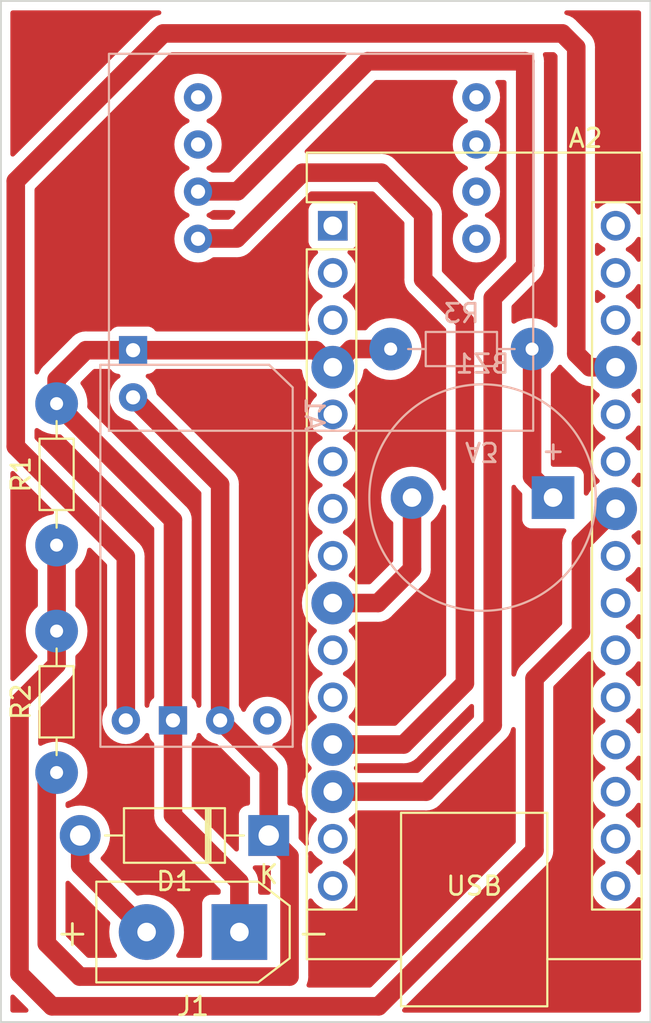
<source format=kicad_pcb>
(kicad_pcb (version 20211014) (generator pcbnew)
  (layers (0 "F.Cu" signal) (31 "B.Cu" signal) (34 "B.Paste" user) (35 "F.Paste" user) (36 "B.SilkS" user "B.Silkscreen") (37 "F.SilkS" user "F.Silkscreen") (38 "B.Mask" user) (39 "F.Mask" user) (44 "Edge.Cuts" user))
  (net 0 "")
  (net 1 "5v")
  (net 2 "GND")
  (net 3 "Net-(A3-Pad1)")
  (net 24 "Net-(A2-Pad12)")
  (net 28 "Net-(A2-Pad13)")
  (net 29 "Ananlog")
  (net 36 "Net-(D1-Pad2)")
  (net 37 "D6")
  (net 38 "Net-(BZ1-Pad1)")
  (footprint "Diode_THT:D_DO-41_SOD81_P10.16mm_Horizontal" (layer "F.Cu") (at 128.68 84.2 180)
    (fp_text reference "D1" (at 5.08 -2.47) (layer "F.SilkS"))
    (fp_text value "1N4007")
    (fp_text user "K" (at 0 -2.1) (layer "F.SilkS"))
    (fp_line (start 7.8 1.47) (end 7.8 -1.47) (layer "F.SilkS") (width 0.12))
    (fp_line (start 7.8 -1.47) (end 2.36 -1.47) (layer "F.SilkS") (width 0.12))
    (fp_line (start 3.38 -1.47) (end 3.38 1.47) (layer "F.SilkS") (width 0.12))
    (fp_line (start 3.26 -1.47) (end 3.26 1.47) (layer "F.SilkS") (width 0.12))
    (fp_line (start 3.14 -1.47) (end 3.14 1.47) (layer "F.SilkS") (width 0.12))
    (fp_line (start 1.34 0) (end 2.36 0) (layer "F.SilkS") (width 0.12))
    (fp_line (start 2.36 1.47) (end 7.8 1.47) (layer "F.SilkS") (width 0.12))
    (fp_line (start 8.82 0) (end 7.8 0) (layer "F.SilkS") (width 0.12))
    (fp_line (start 2.36 -1.47) (end 2.36 1.47) (layer "F.SilkS") (width 0.12))
    (pad "1" thru_hole rect (at 0 0 180) (size 2.2 2.2) (drill 1.1) (layers *.Cu *.Mask) (net 3 "Net-(A3-Pad1)"))
    (pad "2" thru_hole oval (at 10.16 0 180) (size 2.2 2.2) (drill 1.1) (layers *.Cu *.Mask) (net 36 "Net-(D1-Pad2)"))
  )
  (footprint "hnv_aruduino:hnv_arduino_nano" (layer "F.Cu") (at 139.75 69.14)
    (fp_text reference "A2" (at 6 -22.5 unlocked) (layer "F.SilkS"))
    (fp_text value "hnv_arduino-nano")
    (fp_text user "USB" (at 0 17.78 unlocked) (layer "F.SilkS"))
    (fp_line (start -6.35 19.05) (end -9.02 19.05) (layer "F.SilkS") (width 0.12))
    (fp_line (start -6.35 -16.51) (end -9.02 -16.51) (layer "F.SilkS") (width 0.12))
    (fp_line (start -9.02 -21.72) (end -9.02 -19.05) (layer "F.SilkS") (width 0.12))
    (fp_line (start 9.02 21.72) (end 3.94 21.72) (layer "F.SilkS") (width 0.12))
    (fp_line (start -6.35 -16.51) (end -6.35 19.05) (layer "F.SilkS") (width 0.12))
    (fp_line (start 3.94 13.84) (end 3.94 24.26) (layer "F.SilkS") (width 0.12))
    (fp_line (start -9.02 21.72) (end -3.94 21.72) (layer "F.SilkS") (width 0.12))
    (fp_line (start 6.35 19.05) (end 9.02 19.05) (layer "F.SilkS") (width 0.12))
    (fp_line (start -6.35 -19.05) (end -9.02 -19.05) (layer "F.SilkS") (width 0.12))
    (fp_line (start -3.94 24.26) (end -3.94 13.84) (layer "F.SilkS") (width 0.12))
    (fp_line (start -9.02 -16.51) (end -9.02 21.72) (layer "F.SilkS") (width 0.12))
    (fp_line (start 9.02 -21.72) (end -9.02 -21.72) (layer "F.SilkS") (width 0.12))
    (fp_line (start 3.94 24.26) (end -3.94 24.26) (layer "F.SilkS") (width 0.12))
    (fp_line (start 6.35 -19.05) (end 9.02 -19.05) (layer "F.SilkS") (width 0.12))
    (fp_line (start 9.02 21.72) (end 9.02 -21.72) (layer "F.SilkS") (width 0.12))
    (fp_line (start -3.94 13.84) (end 3.94 13.84) (layer "F.SilkS") (width 0.12))
    (fp_line (start -6.35 -16.51) (end -6.35 -19.05) (layer "F.SilkS") (width 0.12))
    (fp_line (start 6.35 -19.05) (end 6.35 19.05) (layer "F.SilkS") (width 0.12))
    (pad "1" thru_hole rect (at -7.62 -17.78) (size 1.6 1.6) (drill 1) (layers *.Cu *.Mask))
    (pad "2" thru_hole oval (at -7.62 -15.24) (size 1.6 1.6) (drill 1) (layers *.Cu *.Mask))
    (pad "3" thru_hole oval (at -7.62 -12.7) (size 1.6 1.6) (drill 1) (layers *.Cu *.Mask))
    (pad "4" thru_hole oval (at -7.62 -10.16) (size 2.3 2.3) (drill 1) (layers *.Cu *.Mask) (net 2 "GND"))
    (pad "5" thru_hole oval (at -7.62 -7.62) (size 1.6 1.6) (drill 1) (layers *.Cu *.Mask))
    (pad "6" thru_hole oval (at -7.62 -5.08) (size 1.6 1.6) (drill 1) (layers *.Cu *.Mask))
    (pad "7" thru_hole oval (at -7.62 -2.54) (size 1.6 1.6) (drill 1) (layers *.Cu *.Mask))
    (pad "8" thru_hole oval (at -7.62 0) (size 1.6 1.6) (drill 1) (layers *.Cu *.Mask))
    (pad "9" thru_hole oval (at -7.62 2.54) (size 2.3 2.3) (drill 1) (layers *.Cu *.Mask) (net 37 "D6"))
    (pad "10" thru_hole oval (at -7.62 5.08) (size 1.6 1.6) (drill 1) (layers *.Cu *.Mask))
    (pad "11" thru_hole oval (at -7.62 7.62) (size 1.6 1.6) (drill 1) (layers *.Cu *.Mask))
    (pad "12" thru_hole oval (at -7.62 10.16) (size 2.3 2.3) (drill 1) (layers *.Cu *.Mask) (net 24 "Net-(A2-Pad12)"))
    (pad "13" thru_hole oval (at -7.62 12.7) (size 2.3 2.3) (drill 1) (layers *.Cu *.Mask) (net 28 "Net-(A2-Pad13)"))
    (pad "14" thru_hole oval (at -7.62 15.24) (size 1.6 1.6) (drill 1) (layers *.Cu *.Mask))
    (pad "15" thru_hole oval (at -7.62 17.78) (size 1.6 1.6) (drill 1) (layers *.Cu *.Mask))
    (pad "16" thru_hole oval (at 7.62 17.78) (size 1.6 1.6) (drill 1) (layers *.Cu *.Mask))
    (pad "17" thru_hole oval (at 7.62 15.24) (size 1.6 1.6) (drill 1) (layers *.Cu *.Mask))
    (pad "18" thru_hole oval (at 7.62 12.7) (size 1.6 1.6) (drill 1) (layers *.Cu *.Mask))
    (pad "19" thru_hole oval (at 7.62 10.16) (size 1.6 1.6) (drill 1) (layers *.Cu *.Mask))
    (pad "20" thru_hole oval (at 7.62 7.62) (size 1.6 1.6) (drill 1) (layers *.Cu *.Mask))
    (pad "21" thru_hole oval (at 7.62 5.08) (size 1.6 1.6) (drill 1) (layers *.Cu *.Mask))
    (pad "22" thru_hole oval (at 7.62 2.54) (size 1.6 1.6) (drill 1) (layers *.Cu *.Mask))
    (pad "23" thru_hole oval (at 7.62 0) (size 1.6 1.6) (drill 1) (layers *.Cu *.Mask))
    (pad "24" thru_hole oval (at 7.62 -2.54) (size 2.3 2.3) (drill 1) (layers *.Cu *.Mask) (net 29 "Ananlog"))
    (pad "25" thru_hole oval (at 7.62 -5.08) (size 1.6 1.6) (drill 1) (layers *.Cu *.Mask))
    (pad "26" thru_hole oval (at 7.62 -7.62) (size 1.6 1.6) (drill 1) (layers *.Cu *.Mask))
    (pad "27" thru_hole oval (at 7.62 -10.16) (size 2.3 2.3) (drill 1) (layers *.Cu *.Mask) (net 1 "5v"))
    (pad "28" thru_hole oval (at 7.62 -12.7) (size 1.6 1.6) (drill 1) (layers *.Cu *.Mask))
    (pad "29" thru_hole oval (at 7.62 -15.24) (size 1.6 1.6) (drill 1) (layers *.Cu *.Mask))
    (pad "30" thru_hole oval (at 7.62 -17.78) (size 1.6 1.6) (drill 1) (layers *.Cu *.Mask))
  )
  (footprint "Connector_AMASS:AMASS_XT30UPB-F_1x02_P5.0mm_Vertical" (layer "F.Cu") (at 127.1 89.4 180)
    (fp_text reference "J1" (at 2.5 -4) (layer "F.SilkS"))
    (fp_text value "power")
    (fp_text user "+" (at 9 0) (layer "F.SilkS") (effects (font (size 1.5 1.5))))
    (fp_text user "-" (at -4 0) (layer "F.SilkS") (effects (font (size 1.5 1.5))))
    (fp_line (start -2.71 1.41) (end -1.01 2.71) (layer "F.SilkS") (width 0.12))
    (fp_line (start -2.71 -1.41) (end -1.01 -2.71) (layer "F.SilkS") (width 0.12))
    (fp_line (start -1.01 -2.71) (end 7.71 -2.71) (layer "F.SilkS") (width 0.12))
    (fp_line (start 7.71 -2.71) (end 7.71 2.71) (layer "F.SilkS") (width 0.12))
    (fp_line (start -1.01 2.71) (end 7.71 2.71) (layer "F.SilkS") (width 0.12))
    (fp_line (start -2.71 -1.41) (end -2.71 1.41) (layer "F.SilkS") (width 0.12))
    (pad "1" thru_hole rect (at 0 0 180) (size 3 3) (drill 1) (layers *.Cu *.Mask) (net 2 "GND"))
    (pad "2" thru_hole circle (at 5 0 180) (size 3 3) (drill 1) (layers *.Cu *.Mask) (net 36 "Net-(D1-Pad2)"))
  )
  (footprint "Resistor_THT:R_Axial_DIN0204_L3.6mm_D1.6mm_P7.62mm_Horizontal" (layer "F.Cu") (at 117.25 80.81 90)
    (fp_text reference "R2" (at 3.81 -1.92 90) (layer "F.SilkS"))
    (fp_text value "10k")
    (fp_line (start 1.89 -0.92) (end 1.89 0.92) (layer "F.SilkS") (width 0.12))
    (fp_line (start 5.73 0.92) (end 5.73 -0.92) (layer "F.SilkS") (width 0.12))
    (fp_line (start 5.73 -0.92) (end 1.89 -0.92) (layer "F.SilkS") (width 0.12))
    (fp_line (start 6.68 0) (end 5.73 0) (layer "F.SilkS") (width 0.12))
    (fp_line (start 1.89 0.92) (end 5.73 0.92) (layer "F.SilkS") (width 0.12))
    (fp_line (start 0.94 0) (end 1.89 0) (layer "F.SilkS") (width 0.12))
    (pad "1" thru_hole circle (at 0 0 90) (size 2.3 2.3) (drill 0.7) (layers *.Cu *.Mask) (net 3 "Net-(A3-Pad1)"))
    (pad "2" thru_hole circle (at 7.62 0 90) (size 2.3 2.3) (drill 0.7) (layers *.Cu *.Mask) (net 29 "Ananlog"))
  )
  (footprint "Resistor_THT:R_Axial_DIN0204_L3.6mm_D1.6mm_P7.62mm_Horizontal" (layer "F.Cu") (at 117.25 68.56 90)
    (fp_text reference "R1" (at 3.81 -1.92 90) (layer "F.SilkS"))
    (fp_text value "10K")
    (fp_line (start 5.73 0.92) (end 5.73 -0.92) (layer "F.SilkS") (width 0.12))
    (fp_line (start 1.89 -0.92) (end 1.89 0.92) (layer "F.SilkS") (width 0.12))
    (fp_line (start 5.73 -0.92) (end 1.89 -0.92) (layer "F.SilkS") (width 0.12))
    (fp_line (start 1.89 0.92) (end 5.73 0.92) (layer "F.SilkS") (width 0.12))
    (fp_line (start 6.68 0) (end 5.73 0) (layer "F.SilkS") (width 0.12))
    (fp_line (start 0.94 0) (end 1.89 0) (layer "F.SilkS") (width 0.12))
    (pad "1" thru_hole circle (at 0 0 90) (size 2.3 2.3) (drill 0.7) (layers *.Cu *.Mask) (net 29 "Ananlog"))
    (pad "2" thru_hole circle (at 7.62 0 90) (size 2.3 2.3) (drill 0.7) (layers *.Cu *.Mask) (net 2 "GND"))
  )
  (footprint "HNV_driver-motorDC:hnv_mini_H1" (layer "B.Cu") (at 131.5 52.25 90)
    (fp_text reference "A3" (at -11.273 8.666 180 unlocked) (layer "B.SilkS") (effects (justify mirror)))
    (fp_text value "hnv_mini-H1")
    (fp_rect (start -10.152 -11.43) (end 10.152 11.43) (layer "B.SilkS") (width 0.12) (fill none))
    (pad "1" thru_hole circle (at -8.352 -10.13 90) (size 1.524 1.524) (drill 0.762) (layers *.Cu *.Mask) (net 3 "Net-(A3-Pad1)"))
    (pad "2" thru_hole rect (at -5.812 -10.13 90) (size 1.524 1.524) (drill 0.762) (layers *.Cu *.Mask) (net 2 "GND"))
    (pad "3" thru_hole circle (at 0.188 -6.63 90) (size 1.524 1.524) (drill 0.762) (layers *.Cu *.Mask) (net 24 "Net-(A2-Pad12)"))
    (pad "4" thru_hole circle (at 2.728 -6.63 90) (size 1.524 1.524) (drill 0.762) (layers *.Cu *.Mask) (net 28 "Net-(A2-Pad13)"))
    (pad "5" thru_hole circle (at 5.268 -6.63 90) (size 1.524 1.524) (drill 0.762) (layers *.Cu *.Mask))
    (pad "6" thru_hole circle (at 7.808 -6.63 90) (size 1.524 1.524) (drill 0.762) (layers *.Cu *.Mask))
    (pad "7" thru_hole circle (at 0.188 8.37 90) (size 1.524 1.524) (drill 0.762) (layers *.Cu *.Mask))
    (pad "8" thru_hole circle (at 2.728 8.37 90) (size 1.524 1.524) (drill 0.762) (layers *.Cu *.Mask))
    (pad "9" thru_hole circle (at 5.268 8.37 90) (size 1.524 1.524) (drill 0.762) (layers *.Cu *.Mask))
    (pad "10" thru_hole circle (at 7.808 8.37 90) (size 1.524 1.524) (drill 0.762) (layers *.Cu *.Mask))
  )
  (footprint "Resistor_THT:R_Axial_DIN0204_L3.6mm_D1.6mm_P7.62mm_Horizontal" (layer "B.Cu") (at 142.87 58 180)
    (fp_text reference "R3" (at 3.81 1.92) (layer "B.SilkS") (effects (justify mirror)))
    (fp_text value "330")
    (fp_line (start 0.94 0) (end 1.89 0) (layer "B.SilkS") (width 0.12))
    (fp_line (start 1.89 -0.92) (end 5.73 -0.92) (layer "B.SilkS") (width 0.12))
    (fp_line (start 1.89 0.92) (end 1.89 -0.92) (layer "B.SilkS") (width 0.12))
    (fp_line (start 5.73 0.92) (end 1.89 0.92) (layer "B.SilkS") (width 0.12))
    (fp_line (start 5.73 -0.92) (end 5.73 0.92) (layer "B.SilkS") (width 0.12))
    (fp_line (start 6.68 0) (end 5.73 0) (layer "B.SilkS") (width 0.12))
    (pad "1" thru_hole circle (at 0 0 180) (size 2.3 2.3) (drill 0.7) (layers *.Cu *.Mask) (net 38 "Net-(BZ1-Pad1)"))
    (pad "2" thru_hole oval (at 7.62 0 180) (size 2.3 2.3) (drill 0.7) (layers *.Cu *.Mask) (net 2 "GND"))
  )
  (footprint "Buzzer_Beeper:Buzzer_12x9.5RM7.6" (layer "B.Cu") (at 144 66 180)
    (fp_text reference "BZ1" (at 3.8 7.2) (layer "B.SilkS") (effects (justify mirror)))
    (fp_text value "Buzzer")
    (fp_text user "+" (at -0.01 2.54) (layer "B.SilkS") (effects (justify mirror)))
    (fp_circle (center 3.8 0) (end 9.9 0) (layer "B.SilkS") (width 0.12) (fill none))
    (pad "1" thru_hole rect (at 0 0 180) (size 2.3 2.3) (drill 1) (layers *.Cu *.Mask) (net 38 "Net-(BZ1-Pad1)"))
    (pad "2" thru_hole circle (at 7.6 0 180) (size 2.3 2.3) (drill 1) (layers *.Cu *.Mask) (net 37 "D6"))
  )
  (footprint "hnv_power-supply:DC-DC-buck-3Av2" (layer "B.Cu") (at 124.79 69.11 180)
    (fp_text reference "A1" (at -6.35 7.62 270 unlocked) (layer "B.SilkS") (effects (justify mirror)))
    (fp_text value "hnv_DC-DC-buck-3Av2")
    (fp_line (start -5.1816 -10.3124) (end -5.1816 9.0424) (layer "B.SilkS") (width 0.12))
    (fp_line (start -3.9116 10.2616) (end 5.1816 10.2616) (layer "B.SilkS") (width 0.12))
    (fp_line (start 5.1816 -10.3124) (end -5.1816 -10.3124) (layer "B.SilkS") (width 0.12))
    (fp_line (start 5.1816 10.2616) (end 5.1816 -10.3124) (layer "B.SilkS") (width 0.12))
    (fp_line (start -5.1816 9.0424) (end -3.9116 10.2616) (layer "B.SilkS") (width 0.12))
    (pad "1" thru_hole circle (at 3.81 -8.89 180) (size 1.524 1.524) (drill 0.762) (layers *.Cu *.Mask) (net 1 "5v"))
    (pad "2" thru_hole rect (at 1.27 -8.89 180) (size 1.524 1.524) (drill 0.762) (layers *.Cu *.Mask) (net 2 "GND"))
    (pad "3" thru_hole circle (at -1.27 -8.89 180) (size 1.524 1.524) (drill 0.762) (layers *.Cu *.Mask) (net 3 "Net-(A3-Pad1)"))
    (pad "4" thru_hole circle (at -3.81 -8.89 180) (size 1.524 1.524) (drill 0.762) (layers *.Cu *.Mask))
  )
  (gr_rect (start 149.25 94.25) (end 114.25 39.25) (layer "Edge.Cuts") (width 0.1) (fill none))
  (segment (start 120.98 69.18) (end 115.05 63.25) (width 1) (layer "F.Cu") (net 1))
  (segment (start 115.05 63.25) (end 115.05 48.95) (width 1) (layer "F.Cu") (net 1))
  (segment (start 145.25 58.25) (end 145.98 58.98) (width 1) (layer "F.Cu") (net 1))
  (segment (start 145.98 58.98) (end 147.37 58.98) (width 1) (layer "F.Cu") (net 1))
  (segment (start 115.05 48.95) (end 123 41) (width 1) (layer "F.Cu") (net 1))
  (segment (start 120.98 78) (end 120.98 69.18) (width 1) (layer "F.Cu") (net 1))
  (segment (start 144.5 41) (end 145.25 41.75) (width 1) (layer "F.Cu") (net 1))
  (segment (start 145.25 41.75) (end 145.25 58.25) (width 1) (layer "F.Cu") (net 1))
  (segment (start 123 41) (end 144.5 41) (width 1) (layer "F.Cu") (net 1))
  (segment (start 118.83 58.062) (end 121.37 58.062) (width 1) (layer "F.Cu") (net 2))
  (segment (start 123.52 83.12) (end 123.52 78) (width 1) (layer "F.Cu") (net 2))
  (segment (start 135.25 58) (end 133.11 58) (width 1) (layer "F.Cu") (net 2))
  (segment (start 123.52 78) (end 123.52 67.21) (width 1) (layer "F.Cu") (net 2))
  (segment (start 117.25 59.642) (end 118.83 58.062) (width 1) (layer "F.Cu") (net 2))
  (segment (start 121.37 58.062) (end 131.212 58.062) (width 1) (layer "F.Cu") (net 2))
  (segment (start 133.11 58) (end 132.13 58.98) (width 1) (layer "F.Cu") (net 2))
  (segment (start 131.212 58.062) (end 132.13 58.98) (width 1) (layer "F.Cu") (net 2))
  (segment (start 127.1 86.7) (end 123.52 83.12) (width 1) (layer "F.Cu") (net 2))
  (segment (start 117.25 60.94) (end 117.25 59.642) (width 1) (layer "F.Cu") (net 2))
  (segment (start 127.1 89.4) (end 127.1 86.7) (width 1) (layer "F.Cu") (net 2))
  (segment (start 123.52 67.21) (end 117.25 60.94) (width 1) (layer "F.Cu") (net 2))
  (segment (start 129.8 85.32) (end 128.68 84.2) (width 1) (layer "F.Cu") (net 3))
  (segment (start 121.37 60.602) (end 126.06 65.292) (width 1) (layer "F.Cu") (net 3))
  (segment (start 126.06 65.292) (end 126.06 78) (width 1) (layer "F.Cu") (net 3))
  (segment (start 118.497056 91.8) (end 129.8 91.8) (width 1) (layer "F.Cu") (net 3))
  (segment (start 116.72 90.022944) (end 118.497056 91.8) (width 1) (layer "F.Cu") (net 3))
  (segment (start 117.25 80.81) (end 116.72 81.34) (width 1) (layer "F.Cu") (net 3))
  (segment (start 129.8 91.8) (end 129.8 85.32) (width 1) (layer "F.Cu") (net 3))
  (segment (start 116.72 81.34) (end 116.72 90.022944) (width 1) (layer "F.Cu") (net 3))
  (segment (start 128.68 84.2) (end 128.68 80.62) (width 1) (layer "F.Cu") (net 3))
  (segment (start 128.68 80.62) (end 126.06 78) (width 1) (layer "F.Cu") (net 3))
  (segment (start 126.956 52.044) (end 130.5 48.5) (width 1) (layer "F.Cu") (net 24))
  (segment (start 125.09 52.044) (end 126.956 52.044) (width 1) (layer "F.Cu") (net 24))
  (segment (start 137 54.25) (end 139.25 56.5) (width 1) (layer "F.Cu") (net 24))
  (segment (start 130.5 48.5) (end 134.75 48.5) (width 1) (layer "F.Cu") (net 24))
  (segment (start 135.95 79.3) (end 132.13 79.3) (width 1) (layer "F.Cu") (net 24))
  (segment (start 137 50.75) (end 137 54.25) (width 1) (layer "F.Cu") (net 24))
  (segment (start 134.75 48.5) (end 137 50.75) (width 1) (layer "F.Cu") (net 24))
  (segment (start 139.25 76) (end 135.95 79.3) (width 1) (layer "F.Cu") (net 24))
  (segment (start 139.25 56.5) (end 139.25 76) (width 1) (layer "F.Cu") (net 24))
  (segment (start 137.16 81.84) (end 132.13 81.84) (width 1) (layer "F.Cu") (net 28))
  (segment (start 125.09 49.504) (end 126.996 49.504) (width 1) (layer "F.Cu") (net 28))
  (segment (start 142.5 42.5) (end 142.5 53.5) (width 1) (layer "F.Cu") (net 28))
  (segment (start 126.996 49.504) (end 134 42.5) (width 1) (layer "F.Cu") (net 28))
  (segment (start 140.75 78.25) (end 137.16 81.84) (width 1) (layer "F.Cu") (net 28))
  (segment (start 142.5 53.5) (end 140.75 55.25) (width 1) (layer "F.Cu") (net 28))
  (segment (start 140.75 55.25) (end 140.75 78.25) (width 1) (layer "F.Cu") (net 28))
  (segment (start 134 42.5) (end 142.5 42.5) (width 1) (layer "F.Cu") (net 28))
  (segment (start 117.25 73.19) (end 117.25 68.56) (width 1) (layer "F.Cu") (net 29))
  (segment (start 115.25 77) (end 115.25 91.65) (width 1) (layer "F.Cu") (net 29))
  (segment (start 145.5 73.25) (end 145.5 68.47) (width 1) (layer "F.Cu") (net 29))
  (segment (start 143 85) (end 143 75.75) (width 1) (layer "F.Cu") (net 29))
  (segment (start 117.25 75) (end 115.25 77) (width 1) (layer "F.Cu") (net 29))
  (segment (start 143 75.75) (end 145.5 73.25) (width 1) (layer "F.Cu") (net 29))
  (segment (start 115.25 91.65) (end 117 93.4) (width 1) (layer "F.Cu") (net 29))
  (segment (start 134.6 93.4) (end 143 85) (width 1) (layer "F.Cu") (net 29))
  (segment (start 117.25 73.19) (end 117.25 75) (width 1) (layer "F.Cu") (net 29))
  (segment (start 117 93.4) (end 134.6 93.4) (width 1) (layer "F.Cu") (net 29))
  (segment (start 145.5 68.47) (end 147.37 66.6) (width 1) (layer "F.Cu") (net 29))
  (segment (start 118.52 85.82) (end 122.1 89.4) (width 1) (layer "F.Cu") (net 36))
  (segment (start 118.52 84.2) (end 118.52 85.82) (width 1) (layer "F.Cu") (net 36))
  (segment (start 136.4 69.85) (end 134.57 71.68) (width 1) (layer "F.Cu") (net 37))
  (segment (start 134.57 71.68) (end 132.13 71.68) (width 1) (layer "F.Cu") (net 37))
  (segment (start 136.4 66) (end 136.4 69.85) (width 1) (layer "F.Cu") (net 37))
  (segment (start 142.87 58) (end 142.87 64.87) (width 1) (layer "F.Cu") (net 38))
  (segment (start 142.87 64.87) (end 144 66) (width 1) (layer "F.Cu") (net 38))
  (segment (start 144.01 65.99) (end 144 66) (width 1) (layer "F.Cu") (net 38))
  (zone (net 0) (net_name "") (layer "F.Cu") (connect_pads (clearance 0.508)) (min_thickness 0.254) (fill yes (thermal_gap 0.508) (thermal_bridge_width 0.508))
    (polygon (pts (xy 149.25 94.25) (xy 114.25 94.25) (xy 114.25 39.25) (xy 149.25 39.25)))
  )
)
</source>
